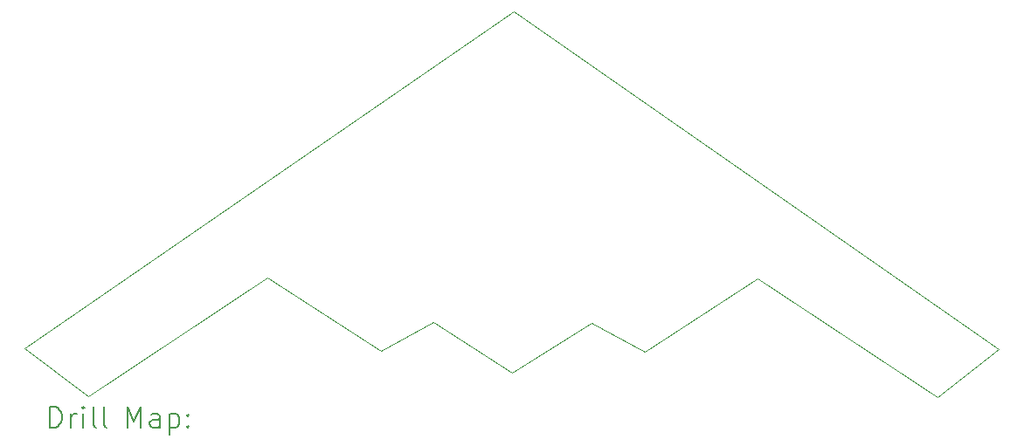
<source format=gbr>
%TF.GenerationSoftware,KiCad,Pcbnew,(6.99.0-2452-gdb4f2d9dd8)*%
%TF.CreationDate,2022-07-21T17:42:49-08:00*%
%TF.ProjectId,B2,42322e6b-6963-4616-945f-706362585858,rev?*%
%TF.SameCoordinates,Original*%
%TF.FileFunction,Drillmap*%
%TF.FilePolarity,Positive*%
%FSLAX45Y45*%
G04 Gerber Fmt 4.5, Leading zero omitted, Abs format (unit mm)*
G04 Created by KiCad (PCBNEW (6.99.0-2452-gdb4f2d9dd8)) date 2022-07-21 17:42:49*
%MOMM*%
%LPD*%
G01*
G04 APERTURE LIST*
%ADD10C,0.100000*%
%ADD11C,0.200000*%
G04 APERTURE END LIST*
D10*
X19749000Y-10840000D02*
X19155000Y-11302000D01*
X17408000Y-10151000D01*
X16315000Y-10863000D01*
X15800000Y-10590000D01*
X15030000Y-11070000D01*
X14270000Y-10580000D01*
X13760000Y-10860000D01*
X12660000Y-10150000D01*
X10920000Y-11300000D01*
X10310000Y-10830000D01*
X15044000Y-7561000D01*
X19749000Y-10840000D01*
D11*
X10552619Y-11600476D02*
X10552619Y-11400476D01*
X10552619Y-11400476D02*
X10600238Y-11400476D01*
X10600238Y-11400476D02*
X10628810Y-11410000D01*
X10628810Y-11410000D02*
X10647857Y-11429048D01*
X10647857Y-11429048D02*
X10657381Y-11448095D01*
X10657381Y-11448095D02*
X10666905Y-11486190D01*
X10666905Y-11486190D02*
X10666905Y-11514762D01*
X10666905Y-11514762D02*
X10657381Y-11552857D01*
X10657381Y-11552857D02*
X10647857Y-11571905D01*
X10647857Y-11571905D02*
X10628810Y-11590952D01*
X10628810Y-11590952D02*
X10600238Y-11600476D01*
X10600238Y-11600476D02*
X10552619Y-11600476D01*
X10752619Y-11600476D02*
X10752619Y-11467143D01*
X10752619Y-11505238D02*
X10762143Y-11486190D01*
X10762143Y-11486190D02*
X10771667Y-11476667D01*
X10771667Y-11476667D02*
X10790714Y-11467143D01*
X10790714Y-11467143D02*
X10809762Y-11467143D01*
X10876429Y-11600476D02*
X10876429Y-11467143D01*
X10876429Y-11400476D02*
X10866905Y-11410000D01*
X10866905Y-11410000D02*
X10876429Y-11419524D01*
X10876429Y-11419524D02*
X10885952Y-11410000D01*
X10885952Y-11410000D02*
X10876429Y-11400476D01*
X10876429Y-11400476D02*
X10876429Y-11419524D01*
X11000238Y-11600476D02*
X10981190Y-11590952D01*
X10981190Y-11590952D02*
X10971667Y-11571905D01*
X10971667Y-11571905D02*
X10971667Y-11400476D01*
X11105000Y-11600476D02*
X11085952Y-11590952D01*
X11085952Y-11590952D02*
X11076429Y-11571905D01*
X11076429Y-11571905D02*
X11076429Y-11400476D01*
X11301190Y-11600476D02*
X11301190Y-11400476D01*
X11301190Y-11400476D02*
X11367857Y-11543333D01*
X11367857Y-11543333D02*
X11434524Y-11400476D01*
X11434524Y-11400476D02*
X11434524Y-11600476D01*
X11615476Y-11600476D02*
X11615476Y-11495714D01*
X11615476Y-11495714D02*
X11605952Y-11476667D01*
X11605952Y-11476667D02*
X11586905Y-11467143D01*
X11586905Y-11467143D02*
X11548809Y-11467143D01*
X11548809Y-11467143D02*
X11529762Y-11476667D01*
X11615476Y-11590952D02*
X11596428Y-11600476D01*
X11596428Y-11600476D02*
X11548809Y-11600476D01*
X11548809Y-11600476D02*
X11529762Y-11590952D01*
X11529762Y-11590952D02*
X11520238Y-11571905D01*
X11520238Y-11571905D02*
X11520238Y-11552857D01*
X11520238Y-11552857D02*
X11529762Y-11533809D01*
X11529762Y-11533809D02*
X11548809Y-11524286D01*
X11548809Y-11524286D02*
X11596428Y-11524286D01*
X11596428Y-11524286D02*
X11615476Y-11514762D01*
X11710714Y-11467143D02*
X11710714Y-11667143D01*
X11710714Y-11476667D02*
X11729762Y-11467143D01*
X11729762Y-11467143D02*
X11767857Y-11467143D01*
X11767857Y-11467143D02*
X11786905Y-11476667D01*
X11786905Y-11476667D02*
X11796428Y-11486190D01*
X11796428Y-11486190D02*
X11805952Y-11505238D01*
X11805952Y-11505238D02*
X11805952Y-11562381D01*
X11805952Y-11562381D02*
X11796428Y-11581428D01*
X11796428Y-11581428D02*
X11786905Y-11590952D01*
X11786905Y-11590952D02*
X11767857Y-11600476D01*
X11767857Y-11600476D02*
X11729762Y-11600476D01*
X11729762Y-11600476D02*
X11710714Y-11590952D01*
X11891667Y-11581428D02*
X11901190Y-11590952D01*
X11901190Y-11590952D02*
X11891667Y-11600476D01*
X11891667Y-11600476D02*
X11882143Y-11590952D01*
X11882143Y-11590952D02*
X11891667Y-11581428D01*
X11891667Y-11581428D02*
X11891667Y-11600476D01*
X11891667Y-11476667D02*
X11901190Y-11486190D01*
X11901190Y-11486190D02*
X11891667Y-11495714D01*
X11891667Y-11495714D02*
X11882143Y-11486190D01*
X11882143Y-11486190D02*
X11891667Y-11476667D01*
X11891667Y-11476667D02*
X11891667Y-11495714D01*
M02*

</source>
